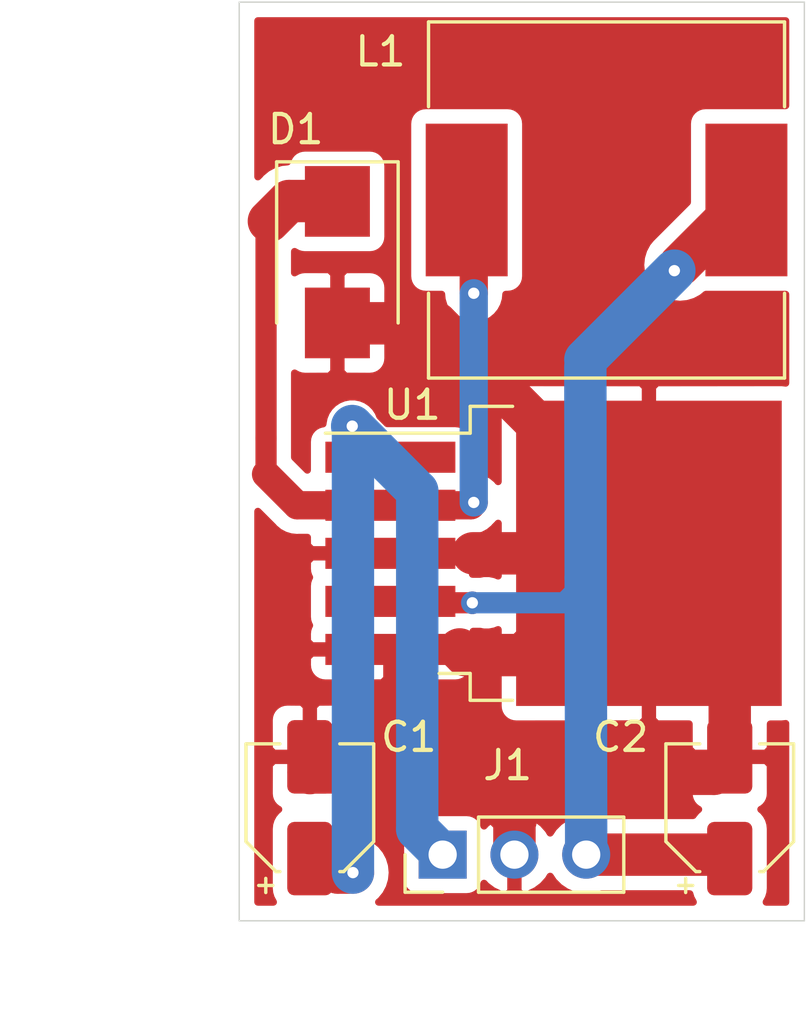
<source format=kicad_pcb>
(kicad_pcb (version 20171130) (host pcbnew "(5.1.7)-1")

  (general
    (thickness 1.6)
    (drawings 6)
    (tracks 62)
    (zones 0)
    (modules 6)
    (nets 5)
  )

  (page A4)
  (layers
    (0 F.Cu signal)
    (31 B.Cu signal)
    (32 B.Adhes user)
    (33 F.Adhes user)
    (34 B.Paste user)
    (35 F.Paste user)
    (36 B.SilkS user)
    (37 F.SilkS user)
    (38 B.Mask user)
    (39 F.Mask user)
    (40 Dwgs.User user)
    (41 Cmts.User user)
    (42 Eco1.User user)
    (43 Eco2.User user)
    (44 Edge.Cuts user)
    (45 Margin user)
    (46 B.CrtYd user)
    (47 F.CrtYd user)
    (48 B.Fab user)
    (49 F.Fab user hide)
  )

  (setup
    (last_trace_width 0.25)
    (user_trace_width 1)
    (trace_clearance 0.2)
    (zone_clearance 0.508)
    (zone_45_only no)
    (trace_min 0.2)
    (via_size 0.8)
    (via_drill 0.4)
    (via_min_size 0.4)
    (via_min_drill 0.3)
    (user_via 0.8 0.4)
    (uvia_size 0.3)
    (uvia_drill 0.1)
    (uvias_allowed no)
    (uvia_min_size 0.2)
    (uvia_min_drill 0.1)
    (edge_width 0.05)
    (segment_width 0.2)
    (pcb_text_width 0.3)
    (pcb_text_size 1.5 1.5)
    (mod_edge_width 0.12)
    (mod_text_size 1 1)
    (mod_text_width 0.15)
    (pad_size 4.6 1.1)
    (pad_drill 0)
    (pad_to_mask_clearance 0)
    (aux_axis_origin 0 0)
    (visible_elements 7FFDFFFF)
    (pcbplotparams
      (layerselection 0x010fc_ffffffff)
      (usegerberextensions false)
      (usegerberattributes true)
      (usegerberadvancedattributes true)
      (creategerberjobfile true)
      (excludeedgelayer true)
      (linewidth 0.100000)
      (plotframeref false)
      (viasonmask false)
      (mode 1)
      (useauxorigin false)
      (hpglpennumber 1)
      (hpglpenspeed 20)
      (hpglpendiameter 15.000000)
      (psnegative false)
      (psa4output false)
      (plotreference true)
      (plotvalue true)
      (plotinvisibletext false)
      (padsonsilk false)
      (subtractmaskfromsilk false)
      (outputformat 1)
      (mirror false)
      (drillshape 1)
      (scaleselection 1)
      (outputdirectory ""))
  )

  (net 0 "")
  (net 1 GND)
  (net 2 "Net-(C1-Pad1)")
  (net 3 "Net-(C2-Pad1)")
  (net 4 "Net-(D1-Pad1)")

  (net_class Default "This is the default net class."
    (clearance 0.2)
    (trace_width 0.25)
    (via_dia 0.8)
    (via_drill 0.4)
    (uvia_dia 0.3)
    (uvia_drill 0.1)
    (add_net GND)
    (add_net "Net-(C1-Pad1)")
    (add_net "Net-(C2-Pad1)")
    (add_net "Net-(D1-Pad1)")
  )

  (module Diode_SMD:D_SMB (layer F.Cu) (tedit 58645DF3) (tstamp 60B9E6B4)
    (at 72.475 52.7 270)
    (descr "Diode SMB (DO-214AA)")
    (tags "Diode SMB (DO-214AA)")
    (path /60B752A8)
    (attr smd)
    (fp_text reference D1 (at -4.7 1.475 180) (layer F.SilkS)
      (effects (font (size 1 1) (thickness 0.15)))
    )
    (fp_text value 1N5818 (at 0 2.6 90) (layer F.Fab)
      (effects (font (size 1 1) (thickness 0.15)))
    )
    (fp_line (start -3.55 -2.15) (end 2.15 -2.15) (layer F.SilkS) (width 0.12))
    (fp_line (start -3.55 2.15) (end 2.15 2.15) (layer F.SilkS) (width 0.12))
    (fp_line (start -0.64944 0.00102) (end 0.50118 -0.79908) (layer F.Fab) (width 0.1))
    (fp_line (start -0.64944 0.00102) (end 0.50118 0.75032) (layer F.Fab) (width 0.1))
    (fp_line (start 0.50118 0.75032) (end 0.50118 -0.79908) (layer F.Fab) (width 0.1))
    (fp_line (start -0.64944 -0.79908) (end -0.64944 0.80112) (layer F.Fab) (width 0.1))
    (fp_line (start 0.50118 0.00102) (end 1.4994 0.00102) (layer F.Fab) (width 0.1))
    (fp_line (start -0.64944 0.00102) (end -1.55114 0.00102) (layer F.Fab) (width 0.1))
    (fp_line (start -3.65 2.25) (end -3.65 -2.25) (layer F.CrtYd) (width 0.05))
    (fp_line (start 3.65 2.25) (end -3.65 2.25) (layer F.CrtYd) (width 0.05))
    (fp_line (start 3.65 -2.25) (end 3.65 2.25) (layer F.CrtYd) (width 0.05))
    (fp_line (start -3.65 -2.25) (end 3.65 -2.25) (layer F.CrtYd) (width 0.05))
    (fp_line (start 2.3 -2) (end -2.3 -2) (layer F.Fab) (width 0.1))
    (fp_line (start 2.3 -2) (end 2.3 2) (layer F.Fab) (width 0.1))
    (fp_line (start -2.3 2) (end -2.3 -2) (layer F.Fab) (width 0.1))
    (fp_line (start 2.3 2) (end -2.3 2) (layer F.Fab) (width 0.1))
    (fp_line (start -3.55 -2.15) (end -3.55 2.15) (layer F.SilkS) (width 0.12))
    (fp_text user %R (at 0 -0.1 90) (layer F.Fab)
      (effects (font (size 1 1) (thickness 0.15)))
    )
    (pad 2 smd rect (at 2.15 0 270) (size 2.5 2.3) (layers F.Cu F.Paste F.Mask)
      (net 1 GND))
    (pad 1 smd rect (at -2.15 0 270) (size 2.5 2.3) (layers F.Cu F.Paste F.Mask)
      (net 4 "Net-(D1-Pad1)"))
    (model ${KISYS3DMOD}/Diode_SMD.3dshapes/D_SMB.wrl
      (at (xyz 0 0 0))
      (scale (xyz 1 1 1))
      (rotate (xyz 0 0 0))
    )
  )

  (module Package_TO_SOT_SMD:TO-263-5_TabPin3 (layer F.Cu) (tedit 60B8C40F) (tstamp 60B9C058)
    (at 80.125 63)
    (descr "TO-263 / D2PAK / DDPAK SMD package, http://www.infineon.com/cms/en/product/packages/PG-TO263/PG-TO263-5-1/")
    (tags "D2PAK DDPAK TO-263 D2PAK-5 TO-263-5 SOT-426")
    (path /60B74A7C)
    (attr smd)
    (fp_text reference U1 (at -5 -5.25 180) (layer F.SilkS)
      (effects (font (size 1 1) (thickness 0.15)))
    )
    (fp_text value LM2596S-12 (at 9.906 -0.127 270) (layer F.Fab)
      (effects (font (size 1 1) (thickness 0.15)))
    )
    (fp_line (start 6.5 -5) (end 7.5 -5) (layer F.Fab) (width 0.1))
    (fp_line (start 7.5 -5) (end 7.5 5) (layer F.Fab) (width 0.1))
    (fp_line (start 7.5 5) (end 6.5 5) (layer F.Fab) (width 0.1))
    (fp_line (start 6.5 -5) (end 6.5 5) (layer F.Fab) (width 0.1))
    (fp_line (start 6.5 5) (end -2.75 5) (layer F.Fab) (width 0.1))
    (fp_line (start -2.75 5) (end -2.75 -4) (layer F.Fab) (width 0.1))
    (fp_line (start -2.75 -4) (end -1.75 -5) (layer F.Fab) (width 0.1))
    (fp_line (start -1.75 -5) (end 6.5 -5) (layer F.Fab) (width 0.1))
    (fp_line (start -2.75 -3.8) (end -7.45 -3.8) (layer F.Fab) (width 0.1))
    (fp_line (start -7.45 -3.8) (end -7.45 -3) (layer F.Fab) (width 0.1))
    (fp_line (start -7.45 -3) (end -2.75 -3) (layer F.Fab) (width 0.1))
    (fp_line (start -2.75 -2.1) (end -7.45 -2.1) (layer F.Fab) (width 0.1))
    (fp_line (start -7.45 -2.1) (end -7.45 -1.3) (layer F.Fab) (width 0.1))
    (fp_line (start -7.45 -1.3) (end -2.75 -1.3) (layer F.Fab) (width 0.1))
    (fp_line (start -2.75 -0.4) (end -7.45 -0.4) (layer F.Fab) (width 0.1))
    (fp_line (start -7.45 -0.4) (end -7.45 0.4) (layer F.Fab) (width 0.1))
    (fp_line (start -7.45 0.4) (end -2.75 0.4) (layer F.Fab) (width 0.1))
    (fp_line (start -2.75 1.3) (end -7.45 1.3) (layer F.Fab) (width 0.1))
    (fp_line (start -7.45 1.3) (end -7.45 2.1) (layer F.Fab) (width 0.1))
    (fp_line (start -7.45 2.1) (end -2.75 2.1) (layer F.Fab) (width 0.1))
    (fp_line (start -2.75 3) (end -7.45 3) (layer F.Fab) (width 0.1))
    (fp_line (start -7.45 3) (end -7.45 3.8) (layer F.Fab) (width 0.1))
    (fp_line (start -7.45 3.8) (end -2.75 3.8) (layer F.Fab) (width 0.1))
    (fp_line (start -1.45 -5.2) (end -2.95 -5.2) (layer F.SilkS) (width 0.12))
    (fp_line (start -2.95 -5.2) (end -2.95 -4.25) (layer F.SilkS) (width 0.12))
    (fp_line (start -2.95 -4.25) (end -8.075 -4.25) (layer F.SilkS) (width 0.12))
    (fp_line (start -1.45 5.2) (end -2.95 5.2) (layer F.SilkS) (width 0.12))
    (fp_line (start -2.95 5.2) (end -2.95 4.25) (layer F.SilkS) (width 0.12))
    (fp_line (start -2.95 4.25) (end -4.05 4.25) (layer F.SilkS) (width 0.12))
    (fp_line (start -8.32 -5.65) (end -8.32 5.65) (layer F.CrtYd) (width 0.05))
    (fp_line (start -8.32 5.65) (end 8.32 5.65) (layer F.CrtYd) (width 0.05))
    (fp_line (start 8.32 5.65) (end 8.32 -5.65) (layer F.CrtYd) (width 0.05))
    (fp_line (start 8.32 -5.65) (end -8.32 -5.65) (layer F.CrtYd) (width 0.05))
    (fp_text user %R (at 0 0 180) (layer F.Fab)
      (effects (font (size 1 1) (thickness 0.15)))
    )
    (pad "" smd rect (at 0.95 2.775) (size 4.55 5.25) (layers F.Paste))
    (pad "" smd rect (at 5.8 -2.775) (size 4.55 5.25) (layers F.Paste))
    (pad "" smd rect (at 0.95 -2.775) (size 4.55 5.25) (layers F.Paste))
    (pad "" smd rect (at 5.8 2.775) (size 4.55 5.25) (layers F.Paste))
    (pad 3 smd rect (at 3.375 0) (size 9.4 10.8) (layers F.Cu F.Mask)
      (net 1 GND))
    (pad 5 smd rect (at -5.775 3.4) (size 4.6 1.1) (layers F.Cu F.Paste F.Mask)
      (net 1 GND))
    (pad FEDBACK smd rect (at -5.775 1.7) (size 4.6 1.1) (layers F.Cu F.Paste F.Mask)
      (net 3 "Net-(C2-Pad1)"))
    (pad 3 smd rect (at -5.775 0) (size 4.6 1.1) (layers F.Cu F.Paste F.Mask)
      (net 1 GND))
    (pad OUTPUT smd rect (at -5.775 -1.7) (size 4.6 1.1) (layers F.Cu F.Paste F.Mask)
      (net 4 "Net-(D1-Pad1)"))
    (pad INPUT smd rect (at -5.775 -3.4) (size 4.6 1.1) (layers F.Cu F.Paste F.Mask)
      (net 2 "Net-(C1-Pad1)"))
    (model ${KISYS3DMOD}/Package_TO_SOT_SMD.3dshapes/TO-263-5_TabPin3.wrl
      (at (xyz 0 0 0))
      (scale (xyz 1 1 1))
      (rotate (xyz 0 0 0))
    )
  )

  (module Capacitor_SMD:CP_Elec_4x4.5 (layer F.Cu) (tedit 5BCA39CF) (tstamp 60B770AF)
    (at 86.36 72 90)
    (descr "SMD capacitor, aluminum electrolytic, Nichicon, 4.0x4.5mm")
    (tags "capacitor electrolytic")
    (path /60B7CA25)
    (attr smd)
    (fp_text reference C2 (at 2.5 -3.86 180) (layer F.SilkS)
      (effects (font (size 1 1) (thickness 0.15)))
    )
    (fp_text value 220uF/35V (at 0 3.2 90) (layer F.Fab)
      (effects (font (size 1 1) (thickness 0.15)))
    )
    (fp_line (start -3.35 1.05) (end -2.4 1.05) (layer F.CrtYd) (width 0.05))
    (fp_line (start -3.35 -1.05) (end -3.35 1.05) (layer F.CrtYd) (width 0.05))
    (fp_line (start -2.4 -1.05) (end -3.35 -1.05) (layer F.CrtYd) (width 0.05))
    (fp_line (start -2.4 1.05) (end -2.4 1.25) (layer F.CrtYd) (width 0.05))
    (fp_line (start -2.4 -1.25) (end -2.4 -1.05) (layer F.CrtYd) (width 0.05))
    (fp_line (start -2.4 -1.25) (end -1.25 -2.4) (layer F.CrtYd) (width 0.05))
    (fp_line (start -2.4 1.25) (end -1.25 2.4) (layer F.CrtYd) (width 0.05))
    (fp_line (start -1.25 -2.4) (end 2.4 -2.4) (layer F.CrtYd) (width 0.05))
    (fp_line (start -1.25 2.4) (end 2.4 2.4) (layer F.CrtYd) (width 0.05))
    (fp_line (start 2.4 1.05) (end 2.4 2.4) (layer F.CrtYd) (width 0.05))
    (fp_line (start 3.35 1.05) (end 2.4 1.05) (layer F.CrtYd) (width 0.05))
    (fp_line (start 3.35 -1.05) (end 3.35 1.05) (layer F.CrtYd) (width 0.05))
    (fp_line (start 2.4 -1.05) (end 3.35 -1.05) (layer F.CrtYd) (width 0.05))
    (fp_line (start 2.4 -2.4) (end 2.4 -1.05) (layer F.CrtYd) (width 0.05))
    (fp_line (start -2.75 -1.81) (end -2.75 -1.31) (layer F.SilkS) (width 0.12))
    (fp_line (start -3 -1.56) (end -2.5 -1.56) (layer F.SilkS) (width 0.12))
    (fp_line (start -2.26 1.195563) (end -1.195563 2.26) (layer F.SilkS) (width 0.12))
    (fp_line (start -2.26 -1.195563) (end -1.195563 -2.26) (layer F.SilkS) (width 0.12))
    (fp_line (start -2.26 -1.195563) (end -2.26 -1.06) (layer F.SilkS) (width 0.12))
    (fp_line (start -2.26 1.195563) (end -2.26 1.06) (layer F.SilkS) (width 0.12))
    (fp_line (start -1.195563 2.26) (end 2.26 2.26) (layer F.SilkS) (width 0.12))
    (fp_line (start -1.195563 -2.26) (end 2.26 -2.26) (layer F.SilkS) (width 0.12))
    (fp_line (start 2.26 -2.26) (end 2.26 -1.06) (layer F.SilkS) (width 0.12))
    (fp_line (start 2.26 2.26) (end 2.26 1.06) (layer F.SilkS) (width 0.12))
    (fp_line (start -1.374773 -1.2) (end -1.374773 -0.8) (layer F.Fab) (width 0.1))
    (fp_line (start -1.574773 -1) (end -1.174773 -1) (layer F.Fab) (width 0.1))
    (fp_line (start -2.15 1.15) (end -1.15 2.15) (layer F.Fab) (width 0.1))
    (fp_line (start -2.15 -1.15) (end -1.15 -2.15) (layer F.Fab) (width 0.1))
    (fp_line (start -2.15 -1.15) (end -2.15 1.15) (layer F.Fab) (width 0.1))
    (fp_line (start -1.15 2.15) (end 2.15 2.15) (layer F.Fab) (width 0.1))
    (fp_line (start -1.15 -2.15) (end 2.15 -2.15) (layer F.Fab) (width 0.1))
    (fp_line (start 2.15 -2.15) (end 2.15 2.15) (layer F.Fab) (width 0.1))
    (fp_circle (center 0 0) (end 2 0) (layer F.Fab) (width 0.1))
    (fp_text user %R (at 0 0.06 90) (layer F.Fab)
      (effects (font (size 0.8 0.8) (thickness 0.12)))
    )
    (pad 1 smd roundrect (at -1.8 0 90) (size 2.6 1.6) (layers F.Cu F.Paste F.Mask) (roundrect_rratio 0.15625)
      (net 3 "Net-(C2-Pad1)"))
    (pad 2 smd roundrect (at 1.8 0 90) (size 2.6 1.6) (layers F.Cu F.Paste F.Mask) (roundrect_rratio 0.15625)
      (net 1 GND))
    (model ${KISYS3DMOD}/Capacitor_SMD.3dshapes/CP_Elec_4x4.5.wrl
      (at (xyz 0 0 0))
      (scale (xyz 1 1 1))
      (rotate (xyz 0 0 0))
    )
  )

  (module Inductor_SMD:L_12x12mm_H4.5mm (layer F.Cu) (tedit 5990349B) (tstamp 60B925C6)
    (at 82 50.5)
    (descr "Choke, SMD, 12x12mm 4.5mm height")
    (tags "Choke SMD")
    (path /60B76EB1)
    (attr smd)
    (fp_text reference L1 (at -8 -5.25) (layer F.SilkS)
      (effects (font (size 1 1) (thickness 0.15)))
    )
    (fp_text value 68uH (at 0 8.89) (layer F.Fab)
      (effects (font (size 1 1) (thickness 0.15)))
    )
    (fp_line (start 6.3 3.3) (end 6.3 6.3) (layer F.SilkS) (width 0.12))
    (fp_line (start 6.3 6.3) (end -6.3 6.3) (layer F.SilkS) (width 0.12))
    (fp_line (start -6.3 6.3) (end -6.3 3.3) (layer F.SilkS) (width 0.12))
    (fp_line (start -6.3 -3.3) (end -6.3 -6.3) (layer F.SilkS) (width 0.12))
    (fp_line (start -6.3 -6.3) (end 6.3 -6.3) (layer F.SilkS) (width 0.12))
    (fp_line (start 6.3 -6.3) (end 6.3 -3.3) (layer F.SilkS) (width 0.12))
    (fp_line (start -6.86 -6.6) (end 6.86 -6.6) (layer F.CrtYd) (width 0.05))
    (fp_line (start 6.86 -6.6) (end 6.86 6.6) (layer F.CrtYd) (width 0.05))
    (fp_line (start 6.86 6.6) (end -6.86 6.6) (layer F.CrtYd) (width 0.05))
    (fp_line (start -6.86 6.6) (end -6.86 -6.6) (layer F.CrtYd) (width 0.05))
    (fp_line (start 4.9 3.3) (end 5 3.4) (layer F.Fab) (width 0.1))
    (fp_line (start 5 3.4) (end 5.1 3.8) (layer F.Fab) (width 0.1))
    (fp_line (start 5.1 3.8) (end 5 4.3) (layer F.Fab) (width 0.1))
    (fp_line (start 5 4.3) (end 4.8 4.6) (layer F.Fab) (width 0.1))
    (fp_line (start 4.8 4.6) (end 4.5 5) (layer F.Fab) (width 0.1))
    (fp_line (start 4.5 5) (end 4 5.1) (layer F.Fab) (width 0.1))
    (fp_line (start 4 5.1) (end 3.5 5) (layer F.Fab) (width 0.1))
    (fp_line (start 3.5 5) (end 3.1 4.7) (layer F.Fab) (width 0.1))
    (fp_line (start 3.1 4.7) (end 3 4.6) (layer F.Fab) (width 0.1))
    (fp_line (start 3 4.6) (end 2.4 5) (layer F.Fab) (width 0.1))
    (fp_line (start 2.4 5) (end 1.6 5.3) (layer F.Fab) (width 0.1))
    (fp_line (start 1.6 5.3) (end 0.6 5.5) (layer F.Fab) (width 0.1))
    (fp_line (start 0.6 5.5) (end -0.6 5.5) (layer F.Fab) (width 0.1))
    (fp_line (start -0.6 5.5) (end -1.5 5.3) (layer F.Fab) (width 0.1))
    (fp_line (start -1.5 5.3) (end -2.1 5.1) (layer F.Fab) (width 0.1))
    (fp_line (start -2.1 5.1) (end -2.6 4.9) (layer F.Fab) (width 0.1))
    (fp_line (start -2.6 4.9) (end -3 4.7) (layer F.Fab) (width 0.1))
    (fp_line (start -3 4.7) (end -3.3 4.9) (layer F.Fab) (width 0.1))
    (fp_line (start -3.3 4.9) (end -3.9 5.1) (layer F.Fab) (width 0.1))
    (fp_line (start -3.9 5.1) (end -4.3 5) (layer F.Fab) (width 0.1))
    (fp_line (start -4.3 5) (end -4.6 4.8) (layer F.Fab) (width 0.1))
    (fp_line (start -4.6 4.8) (end -4.9 4.6) (layer F.Fab) (width 0.1))
    (fp_line (start -4.9 4.6) (end -5.1 4.1) (layer F.Fab) (width 0.1))
    (fp_line (start -5.1 4.1) (end -5 3.6) (layer F.Fab) (width 0.1))
    (fp_line (start -5 3.6) (end -4.8 3.2) (layer F.Fab) (width 0.1))
    (fp_line (start 4.9 -3.3) (end 5 -3.6) (layer F.Fab) (width 0.1))
    (fp_line (start 5 -3.6) (end 5.1 -4) (layer F.Fab) (width 0.1))
    (fp_line (start 5.1 -4) (end 5 -4.3) (layer F.Fab) (width 0.1))
    (fp_line (start 5 -4.3) (end 4.8 -4.7) (layer F.Fab) (width 0.1))
    (fp_line (start 4.8 -4.7) (end 4.5 -4.9) (layer F.Fab) (width 0.1))
    (fp_line (start 4.5 -4.9) (end 4.2 -5.1) (layer F.Fab) (width 0.1))
    (fp_line (start 4.2 -5.1) (end 3.9 -5.1) (layer F.Fab) (width 0.1))
    (fp_line (start 3.9 -5.1) (end 3.6 -5) (layer F.Fab) (width 0.1))
    (fp_line (start 3.6 -5) (end 3.3 -4.9) (layer F.Fab) (width 0.1))
    (fp_line (start 3.3 -4.9) (end 3 -4.6) (layer F.Fab) (width 0.1))
    (fp_line (start 3 -4.6) (end 2.6 -4.9) (layer F.Fab) (width 0.1))
    (fp_line (start 2.6 -4.9) (end 2.2 -5.1) (layer F.Fab) (width 0.1))
    (fp_line (start 2.2 -5.1) (end 1.7 -5.3) (layer F.Fab) (width 0.1))
    (fp_line (start 1.7 -5.3) (end 0.9 -5.5) (layer F.Fab) (width 0.1))
    (fp_line (start 0.9 -5.5) (end 0 -5.6) (layer F.Fab) (width 0.1))
    (fp_line (start 0 -5.6) (end -0.8 -5.5) (layer F.Fab) (width 0.1))
    (fp_line (start -0.8 -5.5) (end -1.7 -5.3) (layer F.Fab) (width 0.1))
    (fp_line (start -1.7 -5.3) (end -2.6 -4.9) (layer F.Fab) (width 0.1))
    (fp_line (start -2.6 -4.9) (end -3 -4.7) (layer F.Fab) (width 0.1))
    (fp_line (start -3 -4.7) (end -3.3 -4.9) (layer F.Fab) (width 0.1))
    (fp_line (start -3.3 -4.9) (end -3.7 -5.1) (layer F.Fab) (width 0.1))
    (fp_line (start -3.7 -5.1) (end -4.2 -5) (layer F.Fab) (width 0.1))
    (fp_line (start -4.2 -5) (end -4.6 -4.8) (layer F.Fab) (width 0.1))
    (fp_line (start -4.6 -4.8) (end -4.9 -4.5) (layer F.Fab) (width 0.1))
    (fp_line (start -4.9 -4.5) (end -5.1 -4) (layer F.Fab) (width 0.1))
    (fp_line (start -5.1 -4) (end -5 -3.5) (layer F.Fab) (width 0.1))
    (fp_line (start -5 -3.5) (end -4.8 -3.2) (layer F.Fab) (width 0.1))
    (fp_line (start -6.2 3.3) (end -6.2 6.2) (layer F.Fab) (width 0.1))
    (fp_line (start -6.2 6.2) (end 6.2 6.2) (layer F.Fab) (width 0.1))
    (fp_line (start 6.2 6.2) (end 6.2 3.3) (layer F.Fab) (width 0.1))
    (fp_line (start 6.2 -6.2) (end -6.2 -6.2) (layer F.Fab) (width 0.1))
    (fp_line (start -6.2 -6.2) (end -6.2 -3.3) (layer F.Fab) (width 0.1))
    (fp_line (start 6.2 -6.2) (end 6.2 -3.3) (layer F.Fab) (width 0.1))
    (fp_circle (center 0 0) (end 0.9 0) (layer F.Adhes) (width 0.38))
    (fp_circle (center 0 0) (end 0.55 0) (layer F.Adhes) (width 0.38))
    (fp_circle (center 0 0) (end 0.15 0.15) (layer F.Adhes) (width 0.38))
    (fp_circle (center -2.1 3) (end -1.8 3.25) (layer F.Fab) (width 0.1))
    (fp_text user %R (at 0 0) (layer F.Fab)
      (effects (font (size 1 1) (thickness 0.15)))
    )
    (pad 2 smd rect (at 4.95 0) (size 2.9 5.4) (layers F.Cu F.Paste F.Mask)
      (net 3 "Net-(C2-Pad1)"))
    (pad 1 smd rect (at -4.95 0) (size 2.9 5.4) (layers F.Cu F.Paste F.Mask)
      (net 4 "Net-(D1-Pad1)"))
    (model ${KISYS3DMOD}/Inductor_SMD.3dshapes/L_12x12mm_H4.5mm.wrl
      (at (xyz 0 0 0))
      (scale (xyz 1 1 1))
      (rotate (xyz 0 0 0))
    )
  )

  (module Capacitor_SMD:CP_Elec_4x4.5 (layer F.Cu) (tedit 5BCA39CF) (tstamp 60B776B4)
    (at 71.5 72 90)
    (descr "SMD capacitor, aluminum electrolytic, Nichicon, 4.0x4.5mm")
    (tags "capacitor electrolytic")
    (path /60B7CE0A)
    (attr smd)
    (fp_text reference C1 (at 2.5 3.5) (layer F.SilkS)
      (effects (font (size 1 1) (thickness 0.15)))
    )
    (fp_text value 470uF/50V (at 0 -3.556 90) (layer F.Fab)
      (effects (font (size 1 1) (thickness 0.15)))
    )
    (fp_circle (center 0 0) (end 2 0) (layer F.Fab) (width 0.1))
    (fp_line (start 2.15 -2.15) (end 2.15 2.15) (layer F.Fab) (width 0.1))
    (fp_line (start -1.15 -2.15) (end 2.15 -2.15) (layer F.Fab) (width 0.1))
    (fp_line (start -1.15 2.15) (end 2.15 2.15) (layer F.Fab) (width 0.1))
    (fp_line (start -2.15 -1.15) (end -2.15 1.15) (layer F.Fab) (width 0.1))
    (fp_line (start -2.15 -1.15) (end -1.15 -2.15) (layer F.Fab) (width 0.1))
    (fp_line (start -2.15 1.15) (end -1.15 2.15) (layer F.Fab) (width 0.1))
    (fp_line (start -1.574773 -1) (end -1.174773 -1) (layer F.Fab) (width 0.1))
    (fp_line (start -1.374773 -1.2) (end -1.374773 -0.8) (layer F.Fab) (width 0.1))
    (fp_line (start 2.26 2.26) (end 2.26 1.06) (layer F.SilkS) (width 0.12))
    (fp_line (start 2.26 -2.26) (end 2.26 -1.06) (layer F.SilkS) (width 0.12))
    (fp_line (start -1.195563 -2.26) (end 2.26 -2.26) (layer F.SilkS) (width 0.12))
    (fp_line (start -1.195563 2.26) (end 2.26 2.26) (layer F.SilkS) (width 0.12))
    (fp_line (start -2.26 1.195563) (end -2.26 1.06) (layer F.SilkS) (width 0.12))
    (fp_line (start -2.26 -1.195563) (end -2.26 -1.06) (layer F.SilkS) (width 0.12))
    (fp_line (start -2.26 -1.195563) (end -1.195563 -2.26) (layer F.SilkS) (width 0.12))
    (fp_line (start -2.26 1.195563) (end -1.195563 2.26) (layer F.SilkS) (width 0.12))
    (fp_line (start -3 -1.56) (end -2.5 -1.56) (layer F.SilkS) (width 0.12))
    (fp_line (start -2.75 -1.81) (end -2.75 -1.31) (layer F.SilkS) (width 0.12))
    (fp_line (start 2.4 -2.4) (end 2.4 -1.05) (layer F.CrtYd) (width 0.05))
    (fp_line (start 2.4 -1.05) (end 3.35 -1.05) (layer F.CrtYd) (width 0.05))
    (fp_line (start 3.35 -1.05) (end 3.35 1.05) (layer F.CrtYd) (width 0.05))
    (fp_line (start 3.35 1.05) (end 2.4 1.05) (layer F.CrtYd) (width 0.05))
    (fp_line (start 2.4 1.05) (end 2.4 2.4) (layer F.CrtYd) (width 0.05))
    (fp_line (start -1.25 2.4) (end 2.4 2.4) (layer F.CrtYd) (width 0.05))
    (fp_line (start -1.25 -2.4) (end 2.4 -2.4) (layer F.CrtYd) (width 0.05))
    (fp_line (start -2.4 1.25) (end -1.25 2.4) (layer F.CrtYd) (width 0.05))
    (fp_line (start -2.4 -1.25) (end -1.25 -2.4) (layer F.CrtYd) (width 0.05))
    (fp_line (start -2.4 -1.25) (end -2.4 -1.05) (layer F.CrtYd) (width 0.05))
    (fp_line (start -2.4 1.05) (end -2.4 1.25) (layer F.CrtYd) (width 0.05))
    (fp_line (start -2.4 -1.05) (end -3.35 -1.05) (layer F.CrtYd) (width 0.05))
    (fp_line (start -3.35 -1.05) (end -3.35 1.05) (layer F.CrtYd) (width 0.05))
    (fp_line (start -3.35 1.05) (end -2.4 1.05) (layer F.CrtYd) (width 0.05))
    (fp_text user %R (at 0 0 90) (layer F.Fab)
      (effects (font (size 0.8 0.8) (thickness 0.12)))
    )
    (pad 2 smd roundrect (at 1.8 0 90) (size 2.6 1.6) (layers F.Cu F.Paste F.Mask) (roundrect_rratio 0.15625)
      (net 1 GND))
    (pad 1 smd roundrect (at -1.8 0 90) (size 2.6 1.6) (layers F.Cu F.Paste F.Mask) (roundrect_rratio 0.15625)
      (net 2 "Net-(C1-Pad1)"))
    (model ${KISYS3DMOD}/Capacitor_SMD.3dshapes/CP_Elec_4x4.5.wrl
      (at (xyz 0 0 0))
      (scale (xyz 1 1 1))
      (rotate (xyz 0 0 0))
    )
  )

  (module Connector_PinHeader_2.54mm:PinHeader_1x03_P2.54mm_Vertical (layer F.Cu) (tedit 59FED5CC) (tstamp 60B770D9)
    (at 76.2 73.66 90)
    (descr "Through hole straight pin header, 1x03, 2.54mm pitch, single row")
    (tags "Through hole pin header THT 1x03 2.54mm single row")
    (path /60B80849)
    (fp_text reference J1 (at 3.16 2.3 180) (layer F.SilkS)
      (effects (font (size 1 1) (thickness 0.15)))
    )
    (fp_text value Conn_01x03_Male (at -3.81 2.54 180) (layer F.Fab)
      (effects (font (size 1 1) (thickness 0.15)))
    )
    (fp_line (start 1.8 -1.8) (end -1.8 -1.8) (layer F.CrtYd) (width 0.05))
    (fp_line (start 1.8 6.85) (end 1.8 -1.8) (layer F.CrtYd) (width 0.05))
    (fp_line (start -1.8 6.85) (end 1.8 6.85) (layer F.CrtYd) (width 0.05))
    (fp_line (start -1.8 -1.8) (end -1.8 6.85) (layer F.CrtYd) (width 0.05))
    (fp_line (start -1.33 -1.33) (end 0 -1.33) (layer F.SilkS) (width 0.12))
    (fp_line (start -1.33 0) (end -1.33 -1.33) (layer F.SilkS) (width 0.12))
    (fp_line (start -1.33 1.27) (end 1.33 1.27) (layer F.SilkS) (width 0.12))
    (fp_line (start 1.33 1.27) (end 1.33 6.41) (layer F.SilkS) (width 0.12))
    (fp_line (start -1.33 1.27) (end -1.33 6.41) (layer F.SilkS) (width 0.12))
    (fp_line (start -1.33 6.41) (end 1.33 6.41) (layer F.SilkS) (width 0.12))
    (fp_line (start -1.27 -0.635) (end -0.635 -1.27) (layer F.Fab) (width 0.1))
    (fp_line (start -1.27 6.35) (end -1.27 -0.635) (layer F.Fab) (width 0.1))
    (fp_line (start 1.27 6.35) (end -1.27 6.35) (layer F.Fab) (width 0.1))
    (fp_line (start 1.27 -1.27) (end 1.27 6.35) (layer F.Fab) (width 0.1))
    (fp_line (start -0.635 -1.27) (end 1.27 -1.27) (layer F.Fab) (width 0.1))
    (fp_text user %R (at -1.27 3.81) (layer F.Fab)
      (effects (font (size 1 1) (thickness 0.15)))
    )
    (pad 1 thru_hole rect (at 0 0 90) (size 1.7 1.7) (drill 1) (layers *.Cu *.Mask)
      (net 2 "Net-(C1-Pad1)"))
    (pad 2 thru_hole oval (at 0 2.54 90) (size 1.7 1.7) (drill 1) (layers *.Cu *.Mask)
      (net 1 GND))
    (pad 3 thru_hole oval (at 0 5.08 90) (size 1.7 1.7) (drill 1) (layers *.Cu *.Mask)
      (net 3 "Net-(C2-Pad1)"))
    (model ${KISYS3DMOD}/Connector_PinHeader_2.54mm.3dshapes/PinHeader_1x03_P2.54mm_Vertical.wrl
      (at (xyz 0 0 0))
      (scale (xyz 1 1 1))
      (rotate (xyz 0 0 0))
    )
  )

  (dimension 32.5 (width 0.15) (layer Dwgs.User)
    (gr_text "32.500 mm" (at 64.2 59.75 90) (layer Dwgs.User)
      (effects (font (size 1 1) (thickness 0.15)))
    )
    (feature1 (pts (xy 69 43.5) (xy 64.913579 43.5)))
    (feature2 (pts (xy 69 76) (xy 64.913579 76)))
    (crossbar (pts (xy 65.5 76) (xy 65.5 43.5)))
    (arrow1a (pts (xy 65.5 43.5) (xy 66.086421 44.626504)))
    (arrow1b (pts (xy 65.5 43.5) (xy 64.913579 44.626504)))
    (arrow2a (pts (xy 65.5 76) (xy 66.086421 74.873496)))
    (arrow2b (pts (xy 65.5 76) (xy 64.913579 74.873496)))
  )
  (dimension 20 (width 0.15) (layer Dwgs.User)
    (gr_text "20.000 mm" (at 79 80.3) (layer Dwgs.User)
      (effects (font (size 1 1) (thickness 0.15)))
    )
    (feature1 (pts (xy 89 76) (xy 89 79.586421)))
    (feature2 (pts (xy 69 76) (xy 69 79.586421)))
    (crossbar (pts (xy 69 79) (xy 89 79)))
    (arrow1a (pts (xy 89 79) (xy 87.873496 79.586421)))
    (arrow1b (pts (xy 89 79) (xy 87.873496 78.413579)))
    (arrow2a (pts (xy 69 79) (xy 70.126504 79.586421)))
    (arrow2b (pts (xy 69 79) (xy 70.126504 78.413579)))
  )
  (gr_line (start 69 76) (end 69 43.5) (layer Edge.Cuts) (width 0.05) (tstamp 60B9ED98))
  (gr_line (start 89 76) (end 69 76) (layer Edge.Cuts) (width 0.05))
  (gr_line (start 89 43.5) (end 89 76) (layer Edge.Cuts) (width 0.05))
  (gr_line (start 69 43.5) (end 89 43.5) (layer Edge.Cuts) (width 0.05))

  (segment (start 77.125 70.775) (end 78.785 72.435) (width 1.5) (layer F.Cu) (net 1))
  (segment (start 71.45 70.75) (end 77.03 70.75) (width 1.5) (layer F.Cu) (net 1))
  (segment (start 71.5 69.875) (end 71.5 70.775) (width 1.5) (layer F.Cu) (net 1))
  (segment (start 78.74 73.66) (end 78.74 72.48) (width 1.5) (layer F.Cu) (net 1))
  (segment (start 86.36 70.2) (end 86.36 70.64) (width 0.25) (layer F.Cu) (net 1))
  (segment (start 86.36 70.24) (end 85.8 70.8) (width 1.5) (layer F.Cu) (net 1))
  (segment (start 80.02 70.8) (end 78.74 72.08) (width 1.5) (layer F.Cu) (net 1))
  (segment (start 85.8 70.8) (end 80.02 70.8) (width 1.5) (layer F.Cu) (net 1))
  (segment (start 86.36 65.235) (end 83.375 62.25) (width 1.5) (layer F.Cu) (net 1))
  (segment (start 86.36 70.2) (end 86.36 65.235) (width 1.5) (layer F.Cu) (net 1))
  (segment (start 74.225 63) (end 77.15 63) (width 0.75) (layer F.Cu) (net 1))
  (segment (start 74.255 66.4) (end 76.8 66.4) (width 0.75) (layer F.Cu) (net 1))
  (segment (start 75.9875 54.8625) (end 83.375 62.25) (width 1.5) (layer F.Cu) (net 1))
  (segment (start 72.475 54.8625) (end 75.9875 54.8625) (width 1.5) (layer F.Cu) (net 1))
  (segment (start 77.27501 63) (end 83.24999 63) (width 1.5) (layer F.Cu) (net 1))
  (segment (start 83.24999 62.87499) (end 83.375 63) (width 1.5) (layer F.Cu) (net 1))
  (segment (start 79.024998 66.600002) (end 83.375 62.25) (width 1.5) (layer F.Cu) (net 1))
  (segment (start 77.000002 66.600002) (end 79.024998 66.600002) (width 1.5) (layer F.Cu) (net 1))
  (segment (start 76.8 66.4) (end 77.000002 66.600002) (width 1.5) (layer F.Cu) (net 1))
  (via (at 73.025 74.295) (size 0.8) (drill 0.4) (layers F.Cu B.Cu) (net 2))
  (segment (start 72.495 74.295) (end 73.025 74.295) (width 1.5) (layer F.Cu) (net 2))
  (segment (start 71.5 73.8) (end 72.495 74.295) (width 1.5) (layer F.Cu) (net 2))
  (segment (start 73.85 59.45) (end 73 58.6) (width 0.75) (layer F.Cu) (net 2))
  (via (at 73 58.500008) (size 0.8) (drill 0.4) (layers F.Cu B.Cu) (net 2))
  (segment (start 73 58.5) (end 73 58.500008) (width 0.75) (layer F.Cu) (net 2))
  (segment (start 73.025 74.295) (end 73.025 58.525008) (width 1.5) (layer B.Cu) (net 2))
  (segment (start 73.025 58.525008) (end 73 58.500008) (width 1.5) (layer B.Cu) (net 2))
  (segment (start 75.3 60.800008) (end 73 58.500008) (width 1.5) (layer B.Cu) (net 2))
  (segment (start 75.3 60.9) (end 75.3 60.800008) (width 1.5) (layer B.Cu) (net 2))
  (segment (start 75.3 72.76) (end 75.3 60.8) (width 1.5) (layer B.Cu) (net 2))
  (segment (start 76.2 73.66) (end 75.3 72.76) (width 1.5) (layer B.Cu) (net 2))
  (segment (start 86.22 73.66) (end 86.36 73.8) (width 1.5) (layer F.Cu) (net 3))
  (segment (start 81.28 73.66) (end 86.22 73.66) (width 1.5) (layer F.Cu) (net 3))
  (segment (start 81.25 56.8) (end 81.25 56.4) (width 1.5) (layer B.Cu) (net 3))
  (segment (start 81.28 73.66) (end 81.262566 63.862566) (width 1.5) (layer B.Cu) (net 3))
  (segment (start 81.262566 63.862566) (end 81.25 56.8) (width 1.5) (layer B.Cu) (net 3))
  (segment (start 86.95 49.25) (end 86.95 50.45) (width 1.5) (layer F.Cu) (net 3))
  (segment (start 86.95 50.45) (end 84.6 52.8) (width 1.5) (layer F.Cu) (net 3))
  (via (at 84.4 53) (size 0.8) (drill 0.4) (layers F.Cu B.Cu) (net 3))
  (segment (start 84.6 52.8) (end 84.4 53) (width 0.25) (layer F.Cu) (net 3))
  (segment (start 81.25 56.15) (end 81.25 56.4) (width 0.25) (layer B.Cu) (net 3))
  (segment (start 82.8 54.6) (end 81.25 56.15) (width 1.5) (layer B.Cu) (net 3))
  (segment (start 84.4 53) (end 82.8 54.6) (width 1.5) (layer B.Cu) (net 3))
  (segment (start 77.25 64.750002) (end 77.25 64.75) (width 0.25) (layer B.Cu) (net 3))
  (segment (start 77.299998 64.8) (end 77.25 64.750002) (width 0.25) (layer B.Cu) (net 3))
  (segment (start 80.512566 64.75) (end 77.25 64.75) (width 0.75) (layer B.Cu) (net 3))
  (segment (start 81.262566 64) (end 80.512566 64.75) (width 0.75) (layer B.Cu) (net 3))
  (segment (start 74.225 64.75) (end 77.25 64.75) (width 0.75) (layer F.Cu) (net 3))
  (via (at 77.25 64.75) (size 0.8) (drill 0.4) (layers F.Cu B.Cu) (net 3))
  (segment (start 72.475 50.5375) (end 70.7625 50.5375) (width 1.5) (layer F.Cu) (net 4))
  (segment (start 70.7625 50.5375) (end 70.05 51.25) (width 1.5) (layer F.Cu) (net 4))
  (segment (start 69.95 51.25) (end 69.95 58.925) (width 0.75) (layer F.Cu) (net 4))
  (segment (start 77.05 52.95) (end 77 53) (width 0.25) (layer F.Cu) (net 4))
  (segment (start 69.95 58.925) (end 69.95 60.2) (width 0.75) (layer F.Cu) (net 4))
  (segment (start 71.05 61.3) (end 74.35 61.3) (width 1) (layer F.Cu) (net 4))
  (segment (start 69.95 60.2) (end 71.05 61.3) (width 1) (layer F.Cu) (net 4))
  (via (at 77.3 53.800004) (size 0.8) (drill 0.4) (layers F.Cu B.Cu) (net 4))
  (segment (start 77.3 49) (end 77.3 53.800004) (width 1) (layer F.Cu) (net 4))
  (via (at 77.3 61.2) (size 0.8) (drill 0.4) (layers F.Cu B.Cu) (net 4))
  (segment (start 77.2 61.3) (end 74.35 61.3) (width 1) (layer F.Cu) (net 4))
  (segment (start 77.3 61.2) (end 77.2 61.3) (width 1) (layer F.Cu) (net 4))
  (segment (start 77.3 61.2) (end 77.3 53.800004) (width 1) (layer B.Cu) (net 4))

  (zone (net 1) (net_name GND) (layer F.Cu) (tstamp 0) (hatch edge 0.508)
    (connect_pads (clearance 0.508))
    (min_thickness 0.254)
    (fill yes (arc_segments 32) (thermal_gap 0.508) (thermal_bridge_width 0.508))
    (polygon
      (pts
        (xy 89 76) (xy 69 76) (xy 69 43.5) (xy 89 43.5)
      )
    )
    (filled_polygon
      (pts
        (xy 88.34 47.161928) (xy 85.5 47.161928) (xy 85.375518 47.174188) (xy 85.25582 47.210498) (xy 85.145506 47.269463)
        (xy 85.048815 47.348815) (xy 84.969463 47.445506) (xy 84.910498 47.55582) (xy 84.874188 47.675518) (xy 84.861928 47.8)
        (xy 84.861928 50.579386) (xy 83.572548 51.868767) (xy 83.442844 52.026812) (xy 83.314236 52.26742) (xy 83.23504 52.528493)
        (xy 83.2083 52.8) (xy 83.23504 53.071507) (xy 83.314236 53.33258) (xy 83.442844 53.573188) (xy 83.615919 53.784081)
        (xy 83.826812 53.957156) (xy 84.06742 54.085764) (xy 84.328493 54.16496) (xy 84.6 54.1917) (xy 84.871507 54.16496)
        (xy 85.13258 54.085764) (xy 85.373188 53.957156) (xy 85.518292 53.838072) (xy 88.34 53.838072) (xy 88.34 56.978895)
        (xy 88.324482 56.974188) (xy 88.2 56.961928) (xy 83.78575 56.965) (xy 83.627 57.12375) (xy 83.627 62.873)
        (xy 83.647 62.873) (xy 83.647 63.127) (xy 83.627 63.127) (xy 83.627 68.87625) (xy 83.78575 69.035)
        (xy 84.922339 69.035791) (xy 84.925 69.91425) (xy 85.08375 70.073) (xy 86.233 70.073) (xy 86.233 70.053)
        (xy 86.487 70.053) (xy 86.487 70.073) (xy 87.63625 70.073) (xy 87.795 69.91425) (xy 87.797655 69.037792)
        (xy 88.2 69.038072) (xy 88.324482 69.025812) (xy 88.340001 69.021104) (xy 88.340001 75.34) (xy 87.650215 75.34)
        (xy 87.730472 75.18985) (xy 87.781008 75.023254) (xy 87.798072 74.85) (xy 87.798072 72.75) (xy 87.781008 72.576746)
        (xy 87.730472 72.41015) (xy 87.648405 72.256614) (xy 87.537962 72.122038) (xy 87.461187 72.059031) (xy 87.514494 72.030537)
        (xy 87.611185 71.951185) (xy 87.690537 71.854494) (xy 87.749502 71.74418) (xy 87.785812 71.624482) (xy 87.798072 71.5)
        (xy 87.795 70.48575) (xy 87.63625 70.327) (xy 86.487 70.327) (xy 86.487 70.347) (xy 86.233 70.347)
        (xy 86.233 70.327) (xy 85.08375 70.327) (xy 84.925 70.48575) (xy 84.921928 71.5) (xy 84.934188 71.624482)
        (xy 84.970498 71.74418) (xy 85.029463 71.854494) (xy 85.108815 71.951185) (xy 85.205506 72.030537) (xy 85.258813 72.059031)
        (xy 85.182038 72.122038) (xy 85.071595 72.256614) (xy 85.061767 72.275) (xy 81.816805 72.275) (xy 81.713158 72.232068)
        (xy 81.42626 72.175) (xy 81.13374 72.175) (xy 80.846842 72.232068) (xy 80.576589 72.34401) (xy 80.333368 72.506525)
        (xy 80.126525 72.713368) (xy 80.004805 72.895534) (xy 79.935178 72.778645) (xy 79.740269 72.562412) (xy 79.50692 72.388359)
        (xy 79.244099 72.263175) (xy 79.09689 72.218524) (xy 78.867 72.339845) (xy 78.867 73.533) (xy 78.887 73.533)
        (xy 78.887 73.787) (xy 78.867 73.787) (xy 78.867 74.980155) (xy 79.09689 75.101476) (xy 79.244099 75.056825)
        (xy 79.50692 74.931641) (xy 79.740269 74.757588) (xy 79.935178 74.541355) (xy 80.004805 74.424466) (xy 80.126525 74.606632)
        (xy 80.333368 74.813475) (xy 80.576589 74.97599) (xy 80.846842 75.087932) (xy 81.13374 75.145) (xy 81.42626 75.145)
        (xy 81.713158 75.087932) (xy 81.816805 75.045) (xy 84.945589 75.045) (xy 84.989528 75.18985) (xy 85.069785 75.34)
        (xy 73.934851 75.34) (xy 74.009081 75.279081) (xy 74.182157 75.068188) (xy 74.310764 74.827581) (xy 74.38996 74.566507)
        (xy 74.416701 74.295) (xy 74.38996 74.023493) (xy 74.310764 73.762419) (xy 74.182157 73.521812) (xy 74.009081 73.310919)
        (xy 73.798188 73.137843) (xy 73.557581 73.009236) (xy 73.296507 72.93004) (xy 73.093037 72.91) (xy 72.938072 72.91)
        (xy 72.938072 72.81) (xy 74.711928 72.81) (xy 74.711928 74.51) (xy 74.724188 74.634482) (xy 74.760498 74.75418)
        (xy 74.819463 74.864494) (xy 74.898815 74.961185) (xy 74.995506 75.040537) (xy 75.10582 75.099502) (xy 75.225518 75.135812)
        (xy 75.35 75.148072) (xy 77.05 75.148072) (xy 77.174482 75.135812) (xy 77.29418 75.099502) (xy 77.404494 75.040537)
        (xy 77.501185 74.961185) (xy 77.580537 74.864494) (xy 77.639502 74.75418) (xy 77.663966 74.673534) (xy 77.739731 74.757588)
        (xy 77.97308 74.931641) (xy 78.235901 75.056825) (xy 78.38311 75.101476) (xy 78.613 74.980155) (xy 78.613 73.787)
        (xy 78.593 73.787) (xy 78.593 73.533) (xy 78.613 73.533) (xy 78.613 72.339845) (xy 78.38311 72.218524)
        (xy 78.235901 72.263175) (xy 77.97308 72.388359) (xy 77.739731 72.562412) (xy 77.663966 72.646466) (xy 77.639502 72.56582)
        (xy 77.580537 72.455506) (xy 77.501185 72.358815) (xy 77.404494 72.279463) (xy 77.29418 72.220498) (xy 77.174482 72.184188)
        (xy 77.05 72.171928) (xy 75.35 72.171928) (xy 75.225518 72.184188) (xy 75.10582 72.220498) (xy 74.995506 72.279463)
        (xy 74.898815 72.358815) (xy 74.819463 72.455506) (xy 74.760498 72.56582) (xy 74.724188 72.685518) (xy 74.711928 72.81)
        (xy 72.938072 72.81) (xy 72.938072 72.75) (xy 72.921008 72.576746) (xy 72.870472 72.41015) (xy 72.788405 72.256614)
        (xy 72.677962 72.122038) (xy 72.601187 72.059031) (xy 72.654494 72.030537) (xy 72.751185 71.951185) (xy 72.830537 71.854494)
        (xy 72.889502 71.74418) (xy 72.925812 71.624482) (xy 72.938072 71.5) (xy 72.935 70.48575) (xy 72.77625 70.327)
        (xy 71.627 70.327) (xy 71.627 70.347) (xy 71.373 70.347) (xy 71.373 70.327) (xy 70.22375 70.327)
        (xy 70.065 70.48575) (xy 70.061928 71.5) (xy 70.074188 71.624482) (xy 70.110498 71.74418) (xy 70.169463 71.854494)
        (xy 70.248815 71.951185) (xy 70.345506 72.030537) (xy 70.398813 72.059031) (xy 70.322038 72.122038) (xy 70.211595 72.256614)
        (xy 70.129528 72.41015) (xy 70.078992 72.576746) (xy 70.061928 72.75) (xy 70.061928 74.85) (xy 70.078992 75.023254)
        (xy 70.129528 75.18985) (xy 70.209785 75.34) (xy 69.66 75.34) (xy 69.66 68.9) (xy 70.061928 68.9)
        (xy 70.065 69.91425) (xy 70.22375 70.073) (xy 71.373 70.073) (xy 71.373 68.42375) (xy 71.627 68.42375)
        (xy 71.627 70.073) (xy 72.77625 70.073) (xy 72.935 69.91425) (xy 72.938072 68.9) (xy 72.925812 68.775518)
        (xy 72.889502 68.65582) (xy 72.830537 68.545506) (xy 72.751185 68.448815) (xy 72.654494 68.369463) (xy 72.54418 68.310498)
        (xy 72.424482 68.274188) (xy 72.3 68.261928) (xy 71.78575 68.265) (xy 71.627 68.42375) (xy 71.373 68.42375)
        (xy 71.21425 68.265) (xy 70.7 68.261928) (xy 70.575518 68.274188) (xy 70.45582 68.310498) (xy 70.345506 68.369463)
        (xy 70.248815 68.448815) (xy 70.169463 68.545506) (xy 70.110498 68.65582) (xy 70.074188 68.775518) (xy 70.061928 68.9)
        (xy 69.66 68.9) (xy 69.66 66.95) (xy 71.411928 66.95) (xy 71.424188 67.074482) (xy 71.460498 67.19418)
        (xy 71.519463 67.304494) (xy 71.598815 67.401185) (xy 71.695506 67.480537) (xy 71.80582 67.539502) (xy 71.925518 67.575812)
        (xy 72.05 67.588072) (xy 74.06425 67.585) (xy 74.223 67.42625) (xy 74.223 66.527) (xy 74.477 66.527)
        (xy 74.477 67.42625) (xy 74.63575 67.585) (xy 76.65 67.588072) (xy 76.774482 67.575812) (xy 76.89418 67.539502)
        (xy 77.004494 67.480537) (xy 77.101185 67.401185) (xy 77.180537 67.304494) (xy 77.239502 67.19418) (xy 77.275812 67.074482)
        (xy 77.288072 66.95) (xy 77.285 66.68575) (xy 77.12625 66.527) (xy 74.477 66.527) (xy 74.223 66.527)
        (xy 71.57375 66.527) (xy 71.415 66.68575) (xy 71.411928 66.95) (xy 69.66 66.95) (xy 69.66 63.55)
        (xy 71.411928 63.55) (xy 71.424188 63.674482) (xy 71.460498 63.79418) (xy 71.490335 63.85) (xy 71.460498 63.90582)
        (xy 71.424188 64.025518) (xy 71.411928 64.15) (xy 71.411928 65.25) (xy 71.424188 65.374482) (xy 71.460498 65.49418)
        (xy 71.490335 65.55) (xy 71.460498 65.60582) (xy 71.424188 65.725518) (xy 71.411928 65.85) (xy 71.415 66.11425)
        (xy 71.57375 66.273) (xy 74.223 66.273) (xy 74.223 66.253) (xy 74.477 66.253) (xy 74.477 66.273)
        (xy 77.12625 66.273) (xy 77.285 66.11425) (xy 77.288072 65.85) (xy 77.279208 65.76) (xy 77.522427 65.76)
        (xy 77.648061 65.78499) (xy 77.851939 65.78499) (xy 78.051898 65.745216) (xy 78.16355 65.698968) (xy 78.161928 68.4)
        (xy 78.174188 68.524482) (xy 78.210498 68.64418) (xy 78.269463 68.754494) (xy 78.348815 68.851185) (xy 78.445506 68.930537)
        (xy 78.55582 68.989502) (xy 78.675518 69.025812) (xy 78.8 69.038072) (xy 83.21425 69.035) (xy 83.373 68.87625)
        (xy 83.373 63.127) (xy 78.32375 63.127) (xy 78.165 63.28575) (xy 78.16469 63.801484) (xy 78.051898 63.754764)
        (xy 77.851939 63.71499) (xy 77.648061 63.71499) (xy 77.522326 63.74) (xy 77.255937 63.74) (xy 77.275812 63.674482)
        (xy 77.288072 63.55) (xy 77.285 63.28575) (xy 77.12625 63.127) (xy 74.477 63.127) (xy 74.477 63.147)
        (xy 74.223 63.147) (xy 74.223 63.127) (xy 71.57375 63.127) (xy 71.415 63.28575) (xy 71.411928 63.55)
        (xy 69.66 63.55) (xy 69.66 61.515131) (xy 70.208008 62.06314) (xy 70.243551 62.106449) (xy 70.416377 62.248284)
        (xy 70.515349 62.301185) (xy 70.613553 62.353676) (xy 70.827501 62.418577) (xy 71.05 62.440491) (xy 71.105751 62.435)
        (xy 71.413405 62.435) (xy 71.411928 62.45) (xy 71.415 62.71425) (xy 71.57375 62.873) (xy 74.223 62.873)
        (xy 74.223 62.853) (xy 74.477 62.853) (xy 74.477 62.873) (xy 77.12625 62.873) (xy 77.285 62.71425)
        (xy 77.288072 62.45) (xy 77.286298 62.431991) (xy 77.422499 62.418577) (xy 77.636447 62.353676) (xy 77.833623 62.248284)
        (xy 78.006449 62.106449) (xy 78.041996 62.063135) (xy 78.141988 61.963143) (xy 78.164532 61.935673) (xy 78.165 62.71425)
        (xy 78.32375 62.873) (xy 83.373 62.873) (xy 83.373 57.12375) (xy 83.21425 56.965) (xy 78.8 56.961928)
        (xy 78.675518 56.974188) (xy 78.55582 57.010498) (xy 78.445506 57.069463) (xy 78.348815 57.148815) (xy 78.269463 57.245506)
        (xy 78.210498 57.35582) (xy 78.174188 57.475518) (xy 78.161928 57.6) (xy 78.163648 60.46325) (xy 78.106448 60.393552)
        (xy 77.933622 60.251717) (xy 77.736446 60.146325) (xy 77.522498 60.081424) (xy 77.299999 60.05951) (xy 77.288072 60.060685)
        (xy 77.288072 59.05) (xy 77.275812 58.925518) (xy 77.239502 58.80582) (xy 77.180537 58.695506) (xy 77.101185 58.598815)
        (xy 77.004494 58.519463) (xy 76.89418 58.460498) (xy 76.774482 58.424188) (xy 76.65 58.411928) (xy 74.240284 58.411928)
        (xy 73.973136 58.144781) (xy 73.917205 58.009752) (xy 73.803937 57.840234) (xy 73.659774 57.696071) (xy 73.490256 57.582803)
        (xy 73.301898 57.504782) (xy 73.101939 57.465008) (xy 72.898061 57.465008) (xy 72.698102 57.504782) (xy 72.509744 57.582803)
        (xy 72.340226 57.696071) (xy 72.196063 57.840234) (xy 72.082795 58.009752) (xy 72.004774 58.19811) (xy 71.965 58.398069)
        (xy 71.965 58.420299) (xy 71.925518 58.424188) (xy 71.80582 58.460498) (xy 71.695506 58.519463) (xy 71.598815 58.598815)
        (xy 71.519463 58.695506) (xy 71.460498 58.80582) (xy 71.424188 58.925518) (xy 71.411928 59.05) (xy 71.411928 60.056796)
        (xy 70.96 59.604869) (xy 70.96 56.621915) (xy 70.970506 56.630537) (xy 71.08082 56.689502) (xy 71.200518 56.725812)
        (xy 71.325 56.738072) (xy 72.18925 56.735) (xy 72.348 56.57625) (xy 72.348 54.977) (xy 72.602 54.977)
        (xy 72.602 56.57625) (xy 72.76075 56.735) (xy 73.625 56.738072) (xy 73.749482 56.725812) (xy 73.86918 56.689502)
        (xy 73.979494 56.630537) (xy 74.076185 56.551185) (xy 74.155537 56.454494) (xy 74.214502 56.34418) (xy 74.250812 56.224482)
        (xy 74.263072 56.1) (xy 74.26 55.13575) (xy 74.10125 54.977) (xy 72.602 54.977) (xy 72.348 54.977)
        (xy 72.328 54.977) (xy 72.328 54.723) (xy 72.348 54.723) (xy 72.348 53.12375) (xy 72.602 53.12375)
        (xy 72.602 54.723) (xy 74.10125 54.723) (xy 74.26 54.56425) (xy 74.263072 53.6) (xy 74.250812 53.475518)
        (xy 74.214502 53.35582) (xy 74.155537 53.245506) (xy 74.076185 53.148815) (xy 73.979494 53.069463) (xy 73.86918 53.010498)
        (xy 73.749482 52.974188) (xy 73.625 52.961928) (xy 72.76075 52.965) (xy 72.602 53.12375) (xy 72.348 53.12375)
        (xy 72.18925 52.965) (xy 71.325 52.961928) (xy 71.200518 52.974188) (xy 71.08082 53.010498) (xy 70.970506 53.069463)
        (xy 70.96 53.078085) (xy 70.96 52.321915) (xy 70.970506 52.330537) (xy 71.08082 52.389502) (xy 71.200518 52.425812)
        (xy 71.325 52.438072) (xy 73.625 52.438072) (xy 73.749482 52.425812) (xy 73.86918 52.389502) (xy 73.979494 52.330537)
        (xy 74.076185 52.251185) (xy 74.155537 52.154494) (xy 74.214502 52.04418) (xy 74.250812 51.924482) (xy 74.263072 51.8)
        (xy 74.263072 49.3) (xy 74.250812 49.175518) (xy 74.214502 49.05582) (xy 74.155537 48.945506) (xy 74.076185 48.848815)
        (xy 73.979494 48.769463) (xy 73.86918 48.710498) (xy 73.749482 48.674188) (xy 73.625 48.661928) (xy 71.325 48.661928)
        (xy 71.200518 48.674188) (xy 71.08082 48.710498) (xy 70.970506 48.769463) (xy 70.873815 48.848815) (xy 70.794463 48.945506)
        (xy 70.735498 49.05582) (xy 70.706531 49.151312) (xy 70.694472 49.1525) (xy 70.694463 49.1525) (xy 70.490993 49.17254)
        (xy 70.229919 49.251736) (xy 69.989312 49.380343) (xy 69.778419 49.553419) (xy 69.735046 49.606269) (xy 69.66 49.681315)
        (xy 69.66 47.8) (xy 74.961928 47.8) (xy 74.961928 53.2) (xy 74.974188 53.324482) (xy 75.010498 53.44418)
        (xy 75.069463 53.554494) (xy 75.148815 53.651185) (xy 75.245506 53.730537) (xy 75.35582 53.789502) (xy 75.475518 53.825812)
        (xy 75.6 53.838072) (xy 76.165001 53.838072) (xy 76.165001 53.855756) (xy 76.181424 54.022503) (xy 76.246325 54.236451)
        (xy 76.351717 54.433627) (xy 76.493552 54.606453) (xy 76.666378 54.748288) (xy 76.863554 54.85368) (xy 77.077502 54.918581)
        (xy 77.3 54.940495) (xy 77.522499 54.918581) (xy 77.736447 54.85368) (xy 77.933623 54.748288) (xy 78.106449 54.606453)
        (xy 78.248284 54.433627) (xy 78.353676 54.236451) (xy 78.418577 54.022503) (xy 78.435 53.855756) (xy 78.435 53.838072)
        (xy 78.5 53.838072) (xy 78.624482 53.825812) (xy 78.74418 53.789502) (xy 78.854494 53.730537) (xy 78.951185 53.651185)
        (xy 79.030537 53.554494) (xy 79.089502 53.44418) (xy 79.125812 53.324482) (xy 79.138072 53.2) (xy 79.138072 47.8)
        (xy 79.125812 47.675518) (xy 79.089502 47.55582) (xy 79.030537 47.445506) (xy 78.951185 47.348815) (xy 78.854494 47.269463)
        (xy 78.74418 47.210498) (xy 78.624482 47.174188) (xy 78.5 47.161928) (xy 75.6 47.161928) (xy 75.475518 47.174188)
        (xy 75.35582 47.210498) (xy 75.245506 47.269463) (xy 75.148815 47.348815) (xy 75.069463 47.445506) (xy 75.010498 47.55582)
        (xy 74.974188 47.675518) (xy 74.961928 47.8) (xy 69.66 47.8) (xy 69.66 44.16) (xy 88.34 44.16)
      )
    )
  )
)

</source>
